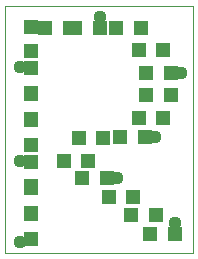
<source format=gts>
G75*
%MOIN*%
%OFA0B0*%
%FSLAX24Y24*%
%IPPOS*%
%LPD*%
%AMOC8*
5,1,8,0,0,1.08239X$1,22.5*
%
%ADD10C,0.0000*%
%ADD11R,0.0512X0.0512*%
%ADD12C,0.0437*%
D10*
X002767Y002517D02*
X002767Y010742D01*
X009043Y010742D01*
X009043Y002517D01*
X002767Y002517D01*
D11*
X003642Y002978D03*
X003642Y003805D03*
X003642Y003853D03*
X006228Y004392D03*
X007055Y004392D03*
X006180Y005017D03*
X005353Y005017D03*
X003642Y004728D03*
X003642Y004680D03*
X006978Y003767D03*
X007805Y003767D03*
X007603Y003142D03*
X008430Y003142D03*
X005555Y005579D03*
X004728Y005579D03*
X003642Y005555D03*
X003642Y006103D03*
X005228Y006329D03*
X006055Y006329D03*
X006603Y006392D03*
X007430Y006392D03*
X007228Y007017D03*
X008055Y007017D03*
X008305Y007767D03*
X007478Y007767D03*
X007478Y008517D03*
X008305Y008517D03*
X008055Y009267D03*
X007228Y009267D03*
X007305Y010017D03*
X006478Y010017D03*
X005930Y010017D03*
X005103Y010017D03*
X004930Y010017D03*
X004103Y010017D03*
X003642Y010055D03*
X003642Y009228D03*
X003642Y008680D03*
X003642Y007853D03*
X003642Y007805D03*
X003642Y006978D03*
X003642Y006930D03*
D12*
X007767Y006392D03*
X003267Y005579D03*
X006517Y005017D03*
X008454Y003517D03*
X003267Y002892D03*
X008642Y008517D03*
X003267Y008704D03*
X005954Y010392D03*
M02*

</source>
